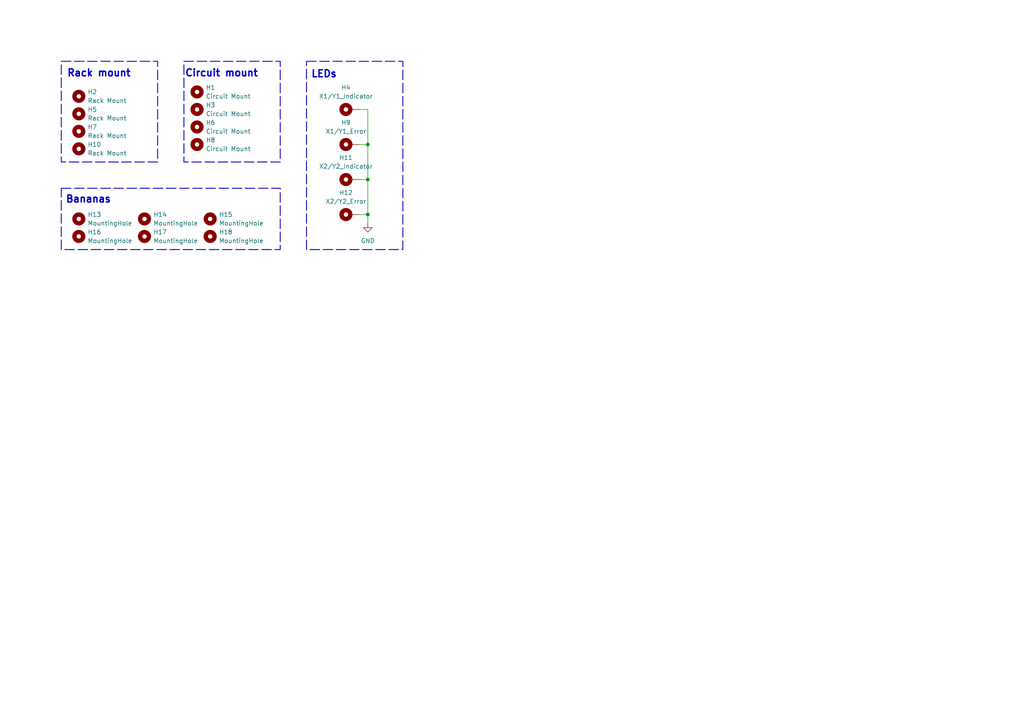
<source format=kicad_sch>
(kicad_sch (version 20231120) (generator "eeschema") (generator_version "8.0")
  (paper "A4")
  (lib_symbols
    (symbol "Mechanical:MountingHole" (pin_names (offset 1.016)) (exclude_from_sim yes) (in_bom no)
      (property "Reference" "H" (at 0 5.08 0))
      (property "Value" "MountingHole" (at 0 3.175 0))
      (symbol "MountingHole_0_1"
        (circle (center 0 0) (radius 1.27) (stroke (width 1.27)))
      )
    )
    (symbol "Mechanical:MountingHole_Pad" (pin_numbers hide) (pin_names (offset 1.016) hide) (exclude_from_sim yes) (in_bom no)
      (property "Reference" "H" (at 0 6.35 0))
      (property "Value" "MountingHole_Pad" (at 0 4.445 0))
      (symbol "MountingHole_Pad_0_1"
        (circle (center 0 1.27) (radius 1.27) (stroke (width 1.27)))
      )
      (symbol "MountingHole_Pad_1_1"
        (pin input line (at 0 -2.54 90) (length 2.54) (name "1") (number "1"))
      )
    )
    (symbol "power:GND" (power) (pin_numbers hide) (pin_names (offset 0) hide)
      (property "Value" "GND" (at 0 -3.81 0))
      (symbol "GND_0_1"
        (polyline (pts (xy 0 0) (xy 0 -1.27) (xy 1.27 -1.27) (xy 0 -2.54) (xy -1.27 -1.27) (xy 0 -1.27)))
      )
      (symbol "GND_1_1"
        (pin power_in line (at 0 0 270) (length 0) (name "~") (number "1"))
      )
    )
  )
  (junction (at 106.68 52.07))
  (junction (at 106.68 41.91))
  (junction (at 106.68 62.23))
  (wire (pts (xy 106.68 41.91) (xy 106.68 52.07)))
  (wire (pts (xy 106.68 52.07) (xy 106.68 62.23)))
  (wire (pts (xy 106.68 62.23) (xy 106.68 64.77)))
  (wire (pts (xy 106.68 31.75) (xy 104.14 31.75)))
  (wire (pts (xy 106.68 31.75) (xy 106.68 41.91)))
  (wire (pts (xy 106.68 41.91) (xy 104.14 41.91)))
  (wire (pts (xy 106.68 52.07) (xy 104.14 52.07)))
  (wire (pts (xy 106.68 62.23) (xy 104.14 62.23)))
  (rectangle (start 17.78 17.78) (end 45.72 46.99) (stroke (width 0.254) (type dash)))
  (rectangle (start 17.78 54.61) (end 81.28 72.39) (stroke (width 0.254) (type dash)))
  (rectangle (start 53.34 17.78) (end 81.28 46.99) (stroke (width 0.254) (type dash)))
  (rectangle (start 88.9 17.78) (end 116.84 72.39) (stroke (width 0.254) (type dash)))
  (text "LEDs" (at 93.98 21.59 0) (effects (font (size 2.032 2.032) (thickness 0.4064) (bold yes))))
  (text "Bananas" (at 25.654 57.912 0) (effects (font (size 2.032 2.032) (thickness 0.4064) (bold yes))))
  (text "Rack mount" (at 28.702 21.336 0) (effects (font (size 2.032 2.032) (thickness 0.4064) (bold yes))))
  (text "Circuit mount" (at 64.262 21.336 0) (effects (font (size 2.032 2.032) (thickness 0.4064) (bold yes))))
  (symbol (lib_id "Mechanical:MountingHole_Pad") (at 101.6 31.75 90) (unit 1) (exclude_from_sim yes) (in_bom no)
    (property "Reference" "H4" (at 100.33 25.4 90))
    (property "Value" "X1/Y1_Indicator" (at 100.33 27.94 90))
    (property "Footprint" "MountingHole:MountingHole_3.2mm_M3" (effects (hide yes)))
    (property "Description" "Mounting Hole with connection" (effects (hide yes)))
  )
  (symbol (lib_id "Mechanical:MountingHole") (at 41.91 63.5 0) (unit 1) (exclude_from_sim yes) (in_bom no)
    (property "Reference" "H14" (at 44.45 62.2299 0) (effects (justify left)))
    (property "Value" "MountingHole" (at 44.45 64.7699 0) (effects (justify left)))
    (property "Footprint" "MountingHole:MountingHole_6mm" (effects (hide yes)))
    (property "Description" "Mounting Hole without connection" (effects (hide yes)))
  )
  (symbol (lib_id "Mechanical:MountingHole") (at 22.86 63.5 0) (unit 1) (exclude_from_sim yes) (in_bom no)
    (property "Reference" "H13" (at 25.4 62.2299 0) (effects (justify left)))
    (property "Value" "MountingHole" (at 25.4 64.7699 0) (effects (justify left)))
    (property "Footprint" "MountingHole:MountingHole_6mm" (effects (hide yes)))
    (property "Description" "Mounting Hole without connection" (effects (hide yes)))
  )
  (symbol (lib_id "Mechanical:MountingHole") (at 22.86 27.94 0) (unit 1) (exclude_from_sim yes) (in_bom no)
    (property "Reference" "H2" (at 25.4 26.6699 0) (effects (justify left)))
    (property "Value" "Rack Mount" (at 25.4 29.2099 0) (effects (justify left)))
    (property "Footprint" "analog_computing:3.2x7mm_Mounting_Slot" (effects (hide yes)))
    (property "Description" "Mounting Hole without connection" (effects (hide yes)))
  )
  (symbol (lib_id "Mechanical:MountingHole") (at 57.15 36.83 0) (unit 1) (exclude_from_sim yes) (in_bom no)
    (property "Reference" "H6" (at 59.69 35.5599 0) (effects (justify left)))
    (property "Value" "Circuit Mount" (at 59.69 38.0999 0) (effects (justify left)))
    (property "Footprint" "MountingHole:MountingHole_3.2mm_M3" (effects (hide yes)))
    (property "Description" "Mounting Hole without connection" (effects (hide yes)))
  )
  (symbol (lib_id "Mechanical:MountingHole") (at 22.86 43.18 0) (unit 1) (exclude_from_sim yes) (in_bom no)
    (property "Reference" "H10" (at 25.4 41.9099 0) (effects (justify left)))
    (property "Value" "Rack Mount" (at 25.4 44.4499 0) (effects (justify left)))
    (property "Footprint" "analog_computing:3.2x7mm_Mounting_Slot" (effects (hide yes)))
    (property "Description" "Mounting Hole without connection" (effects (hide yes)))
  )
  (symbol (lib_id "Mechanical:MountingHole") (at 22.86 68.58 0) (unit 1) (exclude_from_sim yes) (in_bom no)
    (property "Reference" "H16" (at 25.4 67.3099 0) (effects (justify left)))
    (property "Value" "MountingHole" (at 25.4 69.8499 0) (effects (justify left)))
    (property "Footprint" "MountingHole:MountingHole_6mm" (effects (hide yes)))
    (property "Description" "Mounting Hole without connection" (effects (hide yes)))
  )
  (symbol (lib_id "Mechanical:MountingHole") (at 57.15 31.75 0) (unit 1) (exclude_from_sim yes) (in_bom no)
    (property "Reference" "H3" (at 59.69 30.4799 0) (effects (justify left)))
    (property "Value" "Circuit Mount" (at 59.69 33.0199 0) (effects (justify left)))
    (property "Footprint" "MountingHole:MountingHole_3.2mm_M3" (effects (hide yes)))
    (property "Description" "Mounting Hole without connection" (effects (hide yes)))
  )
  (symbol (lib_id "Mechanical:MountingHole") (at 22.86 38.1 0) (unit 1) (exclude_from_sim yes) (in_bom no)
    (property "Reference" "H7" (at 25.4 36.8299 0) (effects (justify left)))
    (property "Value" "Rack Mount" (at 25.4 39.3699 0) (effects (justify left)))
    (property "Footprint" "analog_computing:3.2x7mm_Mounting_Slot" (effects (hide yes)))
    (property "Description" "Mounting Hole without connection" (effects (hide yes)))
  )
  (symbol (lib_id "Mechanical:MountingHole") (at 22.86 33.02 0) (unit 1) (exclude_from_sim yes) (in_bom no)
    (property "Reference" "H5" (at 25.4 31.7499 0) (effects (justify left)))
    (property "Value" "Rack Mount" (at 25.4 34.2899 0) (effects (justify left)))
    (property "Footprint" "analog_computing:3.2x7mm_Mounting_Slot" (effects (hide yes)))
    (property "Description" "Mounting Hole without connection" (effects (hide yes)))
  )
  (symbol (lib_id "Mechanical:MountingHole_Pad") (at 101.6 52.07 90) (unit 1) (exclude_from_sim yes) (in_bom no)
    (property "Reference" "H11" (at 100.33 45.72 90))
    (property "Value" "X2/Y2_Indicator" (at 100.33 48.26 90))
    (property "Footprint" "MountingHole:MountingHole_3.2mm_M3" (effects (hide yes)))
    (property "Description" "Mounting Hole with connection" (effects (hide yes)))
  )
  (symbol (lib_id "Mechanical:MountingHole_Pad") (at 101.6 62.23 90) (unit 1) (exclude_from_sim yes) (in_bom no)
    (property "Reference" "H12" (at 100.33 55.88 90))
    (property "Value" "X2/Y2_Error" (at 100.33 58.42 90))
    (property "Footprint" "MountingHole:MountingHole_3.2mm_M3" (effects (hide yes)))
    (property "Description" "Mounting Hole with connection" (effects (hide yes)))
  )
  (symbol (lib_id "power:GND") (at 106.68 64.77 0) (unit 1)
    (property "Reference" "#PWR01" (effects (hide yes)))
    (property "Value" "GND" (at 106.68 69.85 0))
    (property "Description" "Power symbol creates a global label with name \"GND\" , ground" (effects (hide yes)))
  )
  (symbol (lib_id "Mechanical:MountingHole_Pad") (at 101.6 41.91 90) (unit 1) (exclude_from_sim yes) (in_bom no)
    (property "Reference" "H9" (at 100.33 35.56 90))
    (property "Value" "X1/Y1_Error" (at 100.33 38.1 90))
    (property "Footprint" "MountingHole:MountingHole_3.2mm_M3" (effects (hide yes)))
    (property "Description" "Mounting Hole with connection" (effects (hide yes)))
  )
  (symbol (lib_id "Mechanical:MountingHole") (at 57.15 41.91 0) (unit 1) (exclude_from_sim yes) (in_bom no)
    (property "Reference" "H8" (at 59.69 40.6399 0) (effects (justify left)))
    (property "Value" "Circuit Mount" (at 59.69 43.1799 0) (effects (justify left)))
    (property "Footprint" "MountingHole:MountingHole_3.2mm_M3" (effects (hide yes)))
    (property "Description" "Mounting Hole without connection" (effects (hide yes)))
  )
  (symbol (lib_id "Mechanical:MountingHole") (at 57.15 26.67 0) (unit 1) (exclude_from_sim yes) (in_bom no)
    (property "Reference" "H1" (at 59.69 25.3999 0) (effects (justify left)))
    (property "Value" "Circuit Mount" (at 59.69 27.9399 0) (effects (justify left)))
    (property "Footprint" "MountingHole:MountingHole_3.2mm_M3" (effects (hide yes)))
    (property "Description" "Mounting Hole without connection" (effects (hide yes)))
  )
  (symbol (lib_id "Mechanical:MountingHole") (at 60.96 68.58 0) (unit 1) (exclude_from_sim yes) (in_bom no)
    (property "Reference" "H18" (at 63.5 67.3099 0) (effects (justify left)))
    (property "Value" "MountingHole" (at 63.5 69.8499 0) (effects (justify left)))
    (property "Footprint" "MountingHole:MountingHole_6mm" (effects (hide yes)))
    (property "Description" "Mounting Hole without connection" (effects (hide yes)))
  )
  (symbol (lib_id "Mechanical:MountingHole") (at 60.96 63.5 0) (unit 1) (exclude_from_sim yes) (in_bom no)
    (property "Reference" "H15" (at 63.5 62.2299 0) (effects (justify left)))
    (property "Value" "MountingHole" (at 63.5 64.7699 0) (effects (justify left)))
    (property "Footprint" "MountingHole:MountingHole_6mm" (effects (hide yes)))
    (property "Description" "Mounting Hole without connection" (effects (hide yes)))
  )
  (symbol (lib_id "Mechanical:MountingHole") (at 41.91 68.58 0) (unit 1) (exclude_from_sim yes) (in_bom no)
    (property "Reference" "H17" (at 44.45 67.3099 0) (effects (justify left)))
    (property "Value" "MountingHole" (at 44.45 69.8499 0) (effects (justify left)))
    (property "Footprint" "MountingHole:MountingHole_6mm" (effects (hide yes)))
    (property "Description" "Mounting Hole without connection" (effects (hide yes)))
  )
)
</source>
